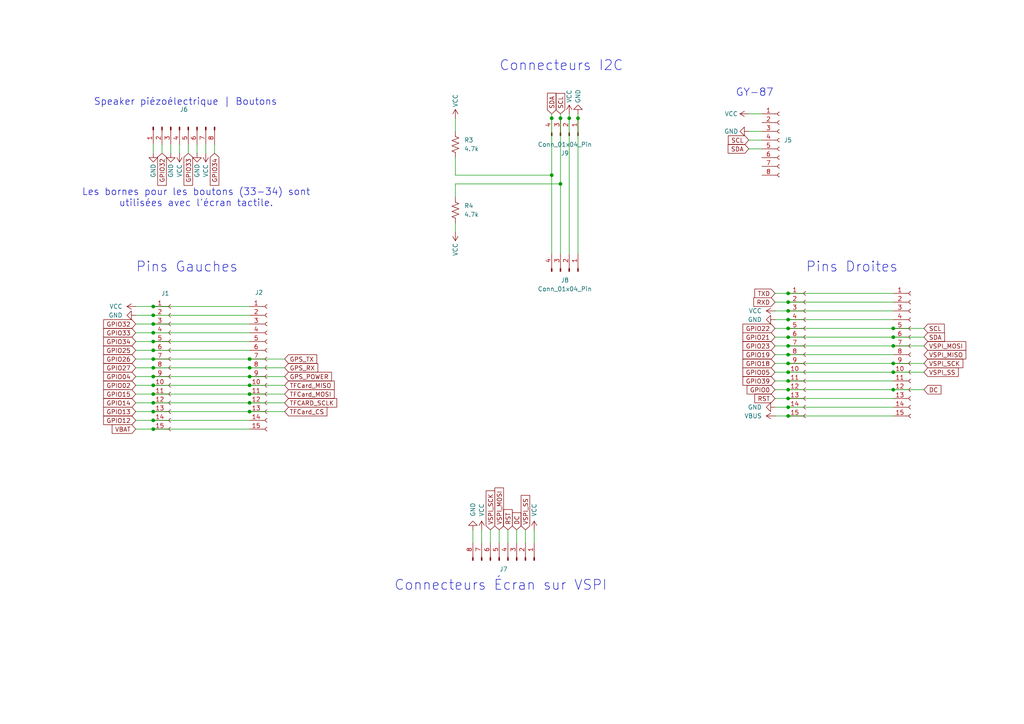
<source format=kicad_sch>
(kicad_sch (version 20231120) (generator "eeschema") (generator_version "8.0")
  (paper "A4")
  (title_block (title "TrackSense") (date "2024-05-07") (rev "1") (company "DFC - Cegep Ste-Foy"))
  (lib_symbols
    (symbol "Connector:Conn_01x04_Pin" (pin_names (offset 1.016) hide)
      (property "Reference" "J" (at 0 5.08 0))
      (property "Value" "Conn_01x04_Pin" (at 0 -7.62 0))
      (symbol "Conn_01x04_Pin_1_1"
        (polyline (pts (xy 1.27 -5.08) (xy 0.8636 -5.08)) (stroke (width 0.1524)))
        (polyline (pts (xy 1.27 -2.54) (xy 0.8636 -2.54)) (stroke (width 0.1524)))
        (polyline (pts (xy 1.27 0) (xy 0.8636 0)) (stroke (width 0.1524)))
        (polyline (pts (xy 1.27 2.54) (xy 0.8636 2.54)) (stroke (width 0.1524)))
        (rectangle (start 0.8636 -4.953) (end 0 -5.207) (stroke (width 0.1524)) (fill (type outline)))
        (rectangle (start 0.8636 -2.413) (end 0 -2.667) (stroke (width 0.1524)) (fill (type outline)))
        (rectangle (start 0.8636 0.127) (end 0 -0.127) (stroke (width 0.1524)) (fill (type outline)))
        (rectangle (start 0.8636 2.667) (end 0 2.413) (stroke (width 0.1524)) (fill (type outline)))
        (pin passive line (at 5.08 2.54 180) (length 3.81) (name "Pin_1") (number "1"))
        (pin passive line (at 5.08 0 180) (length 3.81) (name "Pin_2") (number "2"))
        (pin passive line (at 5.08 -2.54 180) (length 3.81) (name "Pin_3") (number "3"))
        (pin passive line (at 5.08 -5.08 180) (length 3.81) (name "Pin_4") (number "4"))
      )
    )
    (symbol "Connector:Conn_01x08_Pin" (pin_names (offset 1.016) hide)
      (property "Reference" "J" (at 0 10.16 0))
      (property "Value" "Conn_01x08_Pin" (at 0 -12.7 0))
      (symbol "Conn_01x08_Pin_1_1"
        (polyline (pts (xy 1.27 -10.16) (xy 0.8636 -10.16)) (stroke (width 0.1524)))
        (polyline (pts (xy 1.27 -7.62) (xy 0.8636 -7.62)) (stroke (width 0.1524)))
        (polyline (pts (xy 1.27 -5.08) (xy 0.8636 -5.08)) (stroke (width 0.1524)))
        (polyline (pts (xy 1.27 -2.54) (xy 0.8636 -2.54)) (stroke (width 0.1524)))
        (polyline (pts (xy 1.27 0) (xy 0.8636 0)) (stroke (width 0.1524)))
        (polyline (pts (xy 1.27 2.54) (xy 0.8636 2.54)) (stroke (width 0.1524)))
        (polyline (pts (xy 1.27 5.08) (xy 0.8636 5.08)) (stroke (width 0.1524)))
        (polyline (pts (xy 1.27 7.62) (xy 0.8636 7.62)) (stroke (width 0.1524)))
        (rectangle (start 0.8636 -10.033) (end 0 -10.287) (stroke (width 0.1524)) (fill (type outline)))
        (rectangle (start 0.8636 -7.493) (end 0 -7.747) (stroke (width 0.1524)) (fill (type outline)))
        (rectangle (start 0.8636 -4.953) (end 0 -5.207) (stroke (width 0.1524)) (fill (type outline)))
        (rectangle (start 0.8636 -2.413) (end 0 -2.667) (stroke (width 0.1524)) (fill (type outline)))
        (rectangle (start 0.8636 0.127) (end 0 -0.127) (stroke (width 0.1524)) (fill (type outline)))
        (rectangle (start 0.8636 2.667) (end 0 2.413) (stroke (width 0.1524)) (fill (type outline)))
        (rectangle (start 0.8636 5.207) (end 0 4.953) (stroke (width 0.1524)) (fill (type outline)))
        (rectangle (start 0.8636 7.747) (end 0 7.493) (stroke (width 0.1524)) (fill (type outline)))
        (pin passive line (at 5.08 7.62 180) (length 3.81) (name "Pin_1") (number "1"))
        (pin passive line (at 5.08 5.08 180) (length 3.81) (name "Pin_2") (number "2"))
        (pin passive line (at 5.08 2.54 180) (length 3.81) (name "Pin_3") (number "3"))
        (pin passive line (at 5.08 0 180) (length 3.81) (name "Pin_4") (number "4"))
        (pin passive line (at 5.08 -2.54 180) (length 3.81) (name "Pin_5") (number "5"))
        (pin passive line (at 5.08 -5.08 180) (length 3.81) (name "Pin_6") (number "6"))
        (pin passive line (at 5.08 -7.62 180) (length 3.81) (name "Pin_7") (number "7"))
        (pin passive line (at 5.08 -10.16 180) (length 3.81) (name "Pin_8") (number "8"))
      )
    )
    (symbol "Connector:Conn_01x08_Socket" (pin_names (offset 1.016) hide)
      (property "Reference" "J" (at 0 10.16 0))
      (property "Value" "Conn_01x08_Socket" (at 0 -12.7 0))
      (symbol "Conn_01x08_Socket_1_1"
        (arc (start 0 -9.652) (mid -0.5058 -10.16) (end 0 -10.668) (stroke (width 0.1524)))
        (arc (start 0 -7.112) (mid -0.5058 -7.62) (end 0 -8.128) (stroke (width 0.1524)))
        (arc (start 0 -4.572) (mid -0.5058 -5.08) (end 0 -5.588) (stroke (width 0.1524)))
        (arc (start 0 -2.032) (mid -0.5058 -2.54) (end 0 -3.048) (stroke (width 0.1524)))
        (polyline (pts (xy -1.27 -10.16) (xy -0.508 -10.16)) (stroke (width 0.1524)))
        (polyline (pts (xy -1.27 -7.62) (xy -0.508 -7.62)) (stroke (width 0.1524)))
        (polyline (pts (xy -1.27 -5.08) (xy -0.508 -5.08)) (stroke (width 0.1524)))
        (polyline (pts (xy -1.27 -2.54) (xy -0.508 -2.54)) (stroke (width 0.1524)))
        (polyline (pts (xy -1.27 0) (xy -0.508 0)) (stroke (width 0.1524)))
        (polyline (pts (xy -1.27 2.54) (xy -0.508 2.54)) (stroke (width 0.1524)))
        (polyline (pts (xy -1.27 5.08) (xy -0.508 5.08)) (stroke (width 0.1524)))
        (polyline (pts (xy -1.27 7.62) (xy -0.508 7.62)) (stroke (width 0.1524)))
        (arc (start 0 0.508) (mid -0.5058 0) (end 0 -0.508) (stroke (width 0.1524)))
        (arc (start 0 3.048) (mid -0.5058 2.54) (end 0 2.032) (stroke (width 0.1524)))
        (arc (start 0 5.588) (mid -0.5058 5.08) (end 0 4.572) (stroke (width 0.1524)))
        (arc (start 0 8.128) (mid -0.5058 7.62) (end 0 7.112) (stroke (width 0.1524)))
        (pin passive line (at -5.08 7.62 0) (length 3.81) (name "Pin_1") (number "1"))
        (pin passive line (at -5.08 5.08 0) (length 3.81) (name "Pin_2") (number "2"))
        (pin passive line (at -5.08 2.54 0) (length 3.81) (name "Pin_3") (number "3"))
        (pin passive line (at -5.08 0 0) (length 3.81) (name "Pin_4") (number "4"))
        (pin passive line (at -5.08 -2.54 0) (length 3.81) (name "Pin_5") (number "5"))
        (pin passive line (at -5.08 -5.08 0) (length 3.81) (name "Pin_6") (number "6"))
        (pin passive line (at -5.08 -7.62 0) (length 3.81) (name "Pin_7") (number "7"))
        (pin passive line (at -5.08 -10.16 0) (length 3.81) (name "Pin_8") (number "8"))
      )
    )
    (symbol "Connector:Conn_01x15_Socket" (pin_names (offset 1.016) hide)
      (property "Reference" "J" (at 0 20.32 0))
      (property "Value" "Conn_01x15_Socket" (at 0 -20.32 0))
      (symbol "Conn_01x15_Socket_1_1"
        (arc (start 0 -17.272) (mid -0.5058 -17.78) (end 0 -18.288) (stroke (width 0.1524)))
        (arc (start 0 -14.732) (mid -0.5058 -15.24) (end 0 -15.748) (stroke (width 0.1524)))
        (arc (start 0 -12.192) (mid -0.5058 -12.7) (end 0 -13.208) (stroke (width 0.1524)))
        (arc (start 0 -9.652) (mid -0.5058 -10.16) (end 0 -10.668) (stroke (width 0.1524)))
        (arc (start 0 -7.112) (mid -0.5058 -7.62) (end 0 -8.128) (stroke (width 0.1524)))
        (arc (start 0 -4.572) (mid -0.5058 -5.08) (end 0 -5.588) (stroke (width 0.1524)))
        (arc (start 0 -2.032) (mid -0.5058 -2.54) (end 0 -3.048) (stroke (width 0.1524)))
        (polyline (pts (xy -1.27 -17.78) (xy -0.508 -17.78)) (stroke (width 0.1524)))
        (polyline (pts (xy -1.27 -15.24) (xy -0.508 -15.24)) (stroke (width 0.1524)))
        (polyline (pts (xy -1.27 -12.7) (xy -0.508 -12.7)) (stroke (width 0.1524)))
        (polyline (pts (xy -1.27 -10.16) (xy -0.508 -10.16)) (stroke (width 0.1524)))
        (polyline (pts (xy -1.27 -7.62) (xy -0.508 -7.62)) (stroke (width 0.1524)))
        (polyline (pts (xy -1.27 -5.08) (xy -0.508 -5.08)) (stroke (width 0.1524)))
        (polyline (pts (xy -1.27 -2.54) (xy -0.508 -2.54)) (stroke (width 0.1524)))
        (polyline (pts (xy -1.27 0) (xy -0.508 0)) (stroke (width 0.1524)))
        (polyline (pts (xy -1.27 2.54) (xy -0.508 2.54)) (stroke (width 0.1524)))
        (polyline (pts (xy -1.27 5.08) (xy -0.508 5.08)) (stroke (width 0.1524)))
        (polyline (pts (xy -1.27 7.62) (xy -0.508 7.62)) (stroke (width 0.1524)))
        (polyline (pts (xy -1.27 10.16) (xy -0.508 10.16)) (stroke (width 0.1524)))
        (polyline (pts (xy -1.27 12.7) (xy -0.508 12.7)) (stroke (width 0.1524)))
        (polyline (pts (xy -1.27 15.24) (xy -0.508 15.24)) (stroke (width 0.1524)))
        (polyline (pts (xy -1.27 17.78) (xy -0.508 17.78)) (stroke (width 0.1524)))
        (arc (start 0 0.508) (mid -0.5058 0) (end 0 -0.508) (stroke (width 0.1524)))
        (arc (start 0 3.048) (mid -0.5058 2.54) (end 0 2.032) (stroke (width 0.1524)))
        (arc (start 0 5.588) (mid -0.5058 5.08) (end 0 4.572) (stroke (width 0.1524)))
        (arc (start 0 8.128) (mid -0.5058 7.62) (end 0 7.112) (stroke (width 0.1524)))
        (arc (start 0 10.668) (mid -0.5058 10.16) (end 0 9.652) (stroke (width 0.1524)))
        (arc (start 0 13.208) (mid -0.5058 12.7) (end 0 12.192) (stroke (width 0.1524)))
        (arc (start 0 15.748) (mid -0.5058 15.24) (end 0 14.732) (stroke (width 0.1524)))
        (arc (start 0 18.288) (mid -0.5058 17.78) (end 0 17.272) (stroke (width 0.1524)))
        (pin passive line (at -5.08 17.78 0) (length 3.81) (name "Pin_1") (number "1"))
        (pin passive line (at -5.08 -5.08 0) (length 3.81) (name "Pin_10") (number "10"))
        (pin passive line (at -5.08 -7.62 0) (length 3.81) (name "Pin_11") (number "11"))
        (pin passive line (at -5.08 -10.16 0) (length 3.81) (name "Pin_12") (number "12"))
        (pin passive line (at -5.08 -12.7 0) (length 3.81) (name "Pin_13") (number "13"))
        (pin passive line (at -5.08 -15.24 0) (length 3.81) (name "Pin_14") (number "14"))
        (pin passive line (at -5.08 -17.78 0) (length 3.81) (name "Pin_15") (number "15"))
        (pin passive line (at -5.08 15.24 0) (length 3.81) (name "Pin_2") (number "2"))
        (pin passive line (at -5.08 12.7 0) (length 3.81) (name "Pin_3") (number "3"))
        (pin passive line (at -5.08 10.16 0) (length 3.81) (name "Pin_4") (number "4"))
        (pin passive line (at -5.08 7.62 0) (length 3.81) (name "Pin_5") (number "5"))
        (pin passive line (at -5.08 5.08 0) (length 3.81) (name "Pin_6") (number "6"))
        (pin passive line (at -5.08 2.54 0) (length 3.81) (name "Pin_7") (number "7"))
        (pin passive line (at -5.08 0 0) (length 3.81) (name "Pin_8") (number "8"))
        (pin passive line (at -5.08 -2.54 0) (length 3.81) (name "Pin_9") (number "9"))
      )
    )
    (symbol "Device:R_US" (pin_numbers hide) (pin_names (offset 0))
      (property "Reference" "R" (at 2.54 0 90))
      (property "Value" "R_US" (at -2.54 0 90))
      (symbol "R_US_0_1"
        (polyline (pts (xy 0 -2.286) (xy 0 -2.54)))
        (polyline (pts (xy 0 2.286) (xy 0 2.54)))
        (polyline (pts (xy 0 -0.762) (xy 1.016 -1.143) (xy 0 -1.524) (xy -1.016 -1.905) (xy 0 -2.286)))
        (polyline (pts (xy 0 0.762) (xy 1.016 0.381) (xy 0 0) (xy -1.016 -0.381) (xy 0 -0.762)))
        (polyline (pts (xy 0 2.286) (xy 1.016 1.905) (xy 0 1.524) (xy -1.016 1.143) (xy 0 0.762)))
      )
      (symbol "R_US_1_1"
        (pin passive line (at 0 3.81 270) (length 1.27) (name "~") (number "1"))
        (pin passive line (at 0 -3.81 90) (length 1.27) (name "~") (number "2"))
      )
    )
    (symbol "power:GND" (power) (pin_numbers hide) (pin_names (offset 0) hide)
      (property "Value" "GND" (at 0 -3.81 0))
      (symbol "GND_0_1"
        (polyline (pts (xy 0 0) (xy 0 -1.27) (xy 1.27 -1.27) (xy 0 -2.54) (xy -1.27 -1.27) (xy 0 -1.27)))
      )
      (symbol "GND_1_1"
        (pin power_in line (at 0 0 270) (length 0) (name "~") (number "1"))
      )
    )
    (symbol "power:VBUS" (power) (pin_numbers hide) (pin_names (offset 0) hide)
      (property "Value" "VBUS" (at 0 3.556 0))
      (symbol "VBUS_0_1"
        (polyline (pts (xy -0.762 1.27) (xy 0 2.54)))
        (polyline (pts (xy 0 0) (xy 0 2.54)))
        (polyline (pts (xy 0 2.54) (xy 0.762 1.27)))
      )
      (symbol "VBUS_1_1"
        (pin power_in line (at 0 0 90) (length 0) (name "~") (number "1"))
      )
    )
    (symbol "power:VCC" (power) (pin_numbers hide) (pin_names (offset 0) hide)
      (property "Value" "VCC" (at 0 3.556 0))
      (symbol "VCC_0_1"
        (polyline (pts (xy -0.762 1.27) (xy 0 2.54)))
        (polyline (pts (xy 0 0) (xy 0 2.54)))
        (polyline (pts (xy 0 2.54) (xy 0.762 1.27)))
      )
      (symbol "VCC_1_1"
        (pin power_in line (at 0 0 90) (length 0) (name "~") (number "1"))
      )
    )
  )
  (junction (at 228.6 87.63))
  (junction (at 228.6 118.11))
  (junction (at 162.56 53.34))
  (junction (at 44.45 106.68))
  (junction (at 259.08 97.79))
  (junction (at 72.39 119.38))
  (junction (at 44.45 99.06))
  (junction (at 160.02 50.8))
  (junction (at 259.08 113.03))
  (junction (at 228.6 90.17))
  (junction (at 44.45 124.46))
  (junction (at 228.6 115.57))
  (junction (at 44.45 104.14))
  (junction (at 44.45 91.44))
  (junction (at 44.45 96.52))
  (junction (at 72.39 111.76))
  (junction (at 259.08 95.25))
  (junction (at 259.08 105.41))
  (junction (at 165.1 34.29))
  (junction (at 228.6 107.95))
  (junction (at 228.6 105.41))
  (junction (at 162.56 34.29))
  (junction (at 160.02 34.29))
  (junction (at 228.6 113.03))
  (junction (at 228.6 97.79))
  (junction (at 72.39 114.3))
  (junction (at 44.45 109.22))
  (junction (at 44.45 101.6))
  (junction (at 228.6 110.49))
  (junction (at 44.45 111.76))
  (junction (at 44.45 116.84))
  (junction (at 228.6 95.25))
  (junction (at 228.6 92.71))
  (junction (at 44.45 121.92))
  (junction (at 72.39 109.22))
  (junction (at 228.6 85.09))
  (junction (at 259.08 100.33))
  (junction (at 44.45 114.3))
  (junction (at 259.08 107.95))
  (junction (at 167.64 34.29))
  (junction (at 72.39 104.14))
  (junction (at 72.39 116.84))
  (junction (at 44.45 93.98))
  (junction (at 228.6 100.33))
  (junction (at 44.45 88.9))
  (junction (at 44.45 119.38))
  (junction (at 228.6 102.87))
  (junction (at 228.6 120.65))
  (junction (at 72.39 106.68))
  (wire (pts (xy 259.08 95.25) (xy 267.97 95.25)))
  (wire (pts (xy 142.24 153.67) (xy 142.24 157.48)))
  (wire (pts (xy 44.45 99.06) (xy 72.39 99.06)))
  (wire (pts (xy 259.08 100.33) (xy 267.97 100.33)))
  (wire (pts (xy 44.45 124.46) (xy 72.39 124.46)))
  (wire (pts (xy 132.08 45.72) (xy 132.08 50.8)))
  (wire (pts (xy 39.37 119.38) (xy 44.45 119.38)))
  (wire (pts (xy 259.08 107.95) (xy 267.97 107.95)))
  (wire (pts (xy 44.45 91.44) (xy 72.39 91.44)))
  (wire (pts (xy 132.08 50.8) (xy 160.02 50.8)))
  (wire (pts (xy 39.37 96.52) (xy 44.45 96.52)))
  (wire (pts (xy 162.56 34.29) (xy 162.56 33.02)))
  (wire (pts (xy 54.61 41.91) (xy 54.61 44.45)))
  (wire (pts (xy 224.79 92.71) (xy 228.6 92.71)))
  (wire (pts (xy 147.32 153.67) (xy 147.32 157.48)))
  (wire (pts (xy 162.56 34.29) (xy 162.56 53.34)))
  (wire (pts (xy 72.39 111.76) (xy 82.55 111.76)))
  (wire (pts (xy 160.02 34.29) (xy 160.02 50.8)))
  (wire (pts (xy 228.6 85.09) (xy 259.08 85.09)))
  (wire (pts (xy 72.39 106.68) (xy 82.55 106.68)))
  (wire (pts (xy 228.6 113.03) (xy 259.08 113.03)))
  (wire (pts (xy 46.99 41.91) (xy 46.99 44.45)))
  (wire (pts (xy 39.37 101.6) (xy 44.45 101.6)))
  (wire (pts (xy 228.6 105.41) (xy 259.08 105.41)))
  (wire (pts (xy 72.39 116.84) (xy 82.55 116.84)))
  (wire (pts (xy 39.37 88.9) (xy 44.45 88.9)))
  (wire (pts (xy 132.08 53.34) (xy 162.56 53.34)))
  (wire (pts (xy 44.45 121.92) (xy 72.39 121.92)))
  (wire (pts (xy 160.02 50.8) (xy 160.02 73.66)))
  (wire (pts (xy 228.6 87.63) (xy 259.08 87.63)))
  (wire (pts (xy 165.1 34.29) (xy 165.1 33.02)))
  (wire (pts (xy 224.79 100.33) (xy 228.6 100.33)))
  (wire (pts (xy 217.17 40.64) (xy 220.98 40.64)))
  (wire (pts (xy 44.45 104.14) (xy 72.39 104.14)))
  (wire (pts (xy 224.79 85.09) (xy 228.6 85.09)))
  (wire (pts (xy 44.45 93.98) (xy 72.39 93.98)))
  (wire (pts (xy 72.39 104.14) (xy 82.55 104.14)))
  (wire (pts (xy 39.37 121.92) (xy 44.45 121.92)))
  (wire (pts (xy 228.6 92.71) (xy 259.08 92.71)))
  (wire (pts (xy 72.39 109.22) (xy 82.55 109.22)))
  (wire (pts (xy 224.79 87.63) (xy 228.6 87.63)))
  (wire (pts (xy 44.45 109.22) (xy 72.39 109.22)))
  (wire (pts (xy 44.45 101.6) (xy 72.39 101.6)))
  (wire (pts (xy 259.08 113.03) (xy 267.97 113.03)))
  (wire (pts (xy 44.45 41.91) (xy 44.45 44.45)))
  (wire (pts (xy 224.79 113.03) (xy 228.6 113.03)))
  (wire (pts (xy 228.6 100.33) (xy 259.08 100.33)))
  (wire (pts (xy 167.64 34.29) (xy 167.64 73.66)))
  (wire (pts (xy 39.37 124.46) (xy 44.45 124.46)))
  (wire (pts (xy 224.79 105.41) (xy 228.6 105.41)))
  (wire (pts (xy 52.07 41.91) (xy 52.07 44.45)))
  (wire (pts (xy 132.08 64.77) (xy 132.08 67.31)))
  (wire (pts (xy 39.37 93.98) (xy 44.45 93.98)))
  (wire (pts (xy 44.45 88.9) (xy 72.39 88.9)))
  (wire (pts (xy 228.6 115.57) (xy 259.08 115.57)))
  (wire (pts (xy 44.45 96.52) (xy 72.39 96.52)))
  (wire (pts (xy 44.45 106.68) (xy 72.39 106.68)))
  (wire (pts (xy 228.6 120.65) (xy 259.08 120.65)))
  (wire (pts (xy 224.79 97.79) (xy 228.6 97.79)))
  (wire (pts (xy 224.79 95.25) (xy 228.6 95.25)))
  (wire (pts (xy 137.16 153.67) (xy 137.16 157.48)))
  (wire (pts (xy 44.45 111.76) (xy 72.39 111.76)))
  (wire (pts (xy 149.86 153.67) (xy 149.86 157.48)))
  (wire (pts (xy 259.08 105.41) (xy 267.97 105.41)))
  (wire (pts (xy 217.17 33.02) (xy 220.98 33.02)))
  (wire (pts (xy 224.79 110.49) (xy 228.6 110.49)))
  (wire (pts (xy 62.23 41.91) (xy 62.23 44.45)))
  (wire (pts (xy 139.7 153.67) (xy 139.7 157.48)))
  (wire (pts (xy 224.79 90.17) (xy 228.6 90.17)))
  (wire (pts (xy 224.79 118.11) (xy 228.6 118.11)))
  (wire (pts (xy 39.37 91.44) (xy 44.45 91.44)))
  (wire (pts (xy 224.79 107.95) (xy 228.6 107.95)))
  (wire (pts (xy 57.15 41.91) (xy 57.15 44.45)))
  (wire (pts (xy 224.79 115.57) (xy 228.6 115.57)))
  (wire (pts (xy 39.37 104.14) (xy 44.45 104.14)))
  (wire (pts (xy 72.39 114.3) (xy 82.55 114.3)))
  (wire (pts (xy 144.78 153.67) (xy 144.78 157.48)))
  (wire (pts (xy 39.37 111.76) (xy 44.45 111.76)))
  (wire (pts (xy 224.79 120.65) (xy 228.6 120.65)))
  (wire (pts (xy 217.17 43.18) (xy 220.98 43.18)))
  (wire (pts (xy 228.6 97.79) (xy 259.08 97.79)))
  (wire (pts (xy 228.6 95.25) (xy 259.08 95.25)))
  (wire (pts (xy 72.39 119.38) (xy 82.55 119.38)))
  (wire (pts (xy 132.08 53.34) (xy 132.08 57.15)))
  (wire (pts (xy 162.56 53.34) (xy 162.56 73.66)))
  (wire (pts (xy 44.45 116.84) (xy 72.39 116.84)))
  (wire (pts (xy 165.1 34.29) (xy 165.1 73.66)))
  (wire (pts (xy 39.37 109.22) (xy 44.45 109.22)))
  (wire (pts (xy 132.08 34.29) (xy 132.08 38.1)))
  (wire (pts (xy 228.6 90.17) (xy 259.08 90.17)))
  (wire (pts (xy 39.37 99.06) (xy 44.45 99.06)))
  (wire (pts (xy 228.6 118.11) (xy 259.08 118.11)))
  (wire (pts (xy 224.79 102.87) (xy 228.6 102.87)))
  (wire (pts (xy 44.45 114.3) (xy 72.39 114.3)))
  (wire (pts (xy 59.69 41.91) (xy 59.69 44.45)))
  (wire (pts (xy 44.45 119.38) (xy 72.39 119.38)))
  (wire (pts (xy 39.37 106.68) (xy 44.45 106.68)))
  (wire (pts (xy 167.64 34.29) (xy 167.64 33.02)))
  (wire (pts (xy 39.37 114.3) (xy 44.45 114.3)))
  (wire (pts (xy 49.53 41.91) (xy 49.53 44.45)))
  (wire (pts (xy 217.17 38.1) (xy 220.98 38.1)))
  (wire (pts (xy 259.08 97.79) (xy 267.97 97.79)))
  (wire (pts (xy 160.02 33.02) (xy 160.02 34.29)))
  (wire (pts (xy 154.94 153.67) (xy 154.94 157.48)))
  (wire (pts (xy 152.4 153.67) (xy 152.4 157.48)))
  (wire (pts (xy 228.6 102.87) (xy 259.08 102.87)))
  (wire (pts (xy 228.6 107.95) (xy 259.08 107.95)))
  (wire (pts (xy 39.37 116.84) (xy 44.45 116.84)))
  (wire (pts (xy 228.6 110.49) (xy 259.08 110.49)))
  (text "Pins Droites" (at 233.68 75.8444 0) (effects (font (size 2.8956 2.8956)) (justify left top)))
  (text "Connecteurs I2C" (at 144.78 17.4244 0) (effects (font (size 2.8956 2.8956)) (justify left top)))
  (text "Les bornes pour les boutons (33-34) sont\nutilisées avec l'écran tactile." (at 56.896 57.404 0) (effects (font (size 2 2))))
  (text "GY-87" (at 213.36 25.654 0) (effects (font (size 2.1717 2.1717)) (justify left top)))
  (text "Pins Gauches" (at 39.37 75.8444 0) (effects (font (size 2.8956 2.8956)) (justify left top)))
  (text "Connecteurs Écran sur VSPI" (at 114.3 168.148 0) (effects (font (size 2.8956 2.8956)) (justify left top)))
  (text "Speaker piézoélectrique | Boutons" (at 27.178 28.448 0) (effects (font (size 2 2)) (justify left top)))
  (global_label "SCL" (shape input) (at 267.97 95.25 0) (property "Intersheetrefs" "${INTERSHEET_REFS}" (effects (hide yes))))
  (global_label "RST" (shape input) (at 224.79 115.57 180) (property "Intersheetrefs" "${INTERSHEET_REFS}" (effects (hide yes))))
  (global_label "VSPI_MOSI" (shape input) (at 267.97 100.33 0) (property "Intersheetrefs" "${INTERSHEET_REFS}" (effects (hide yes))))
  (global_label "GPIO14" (shape input) (at 39.37 116.84 180) (property "Intersheetrefs" "${INTERSHEET_REFS}" (effects (hide yes))))
  (global_label "RST" (shape input) (at 147.32 153.67 90) (property "Intersheetrefs" "${INTERSHEET_REFS}" (effects (hide yes))))
  (global_label "GPIO33" (shape input) (at 54.61 44.45 270) (property "Intersheetrefs" "${INTERSHEET_REFS}" (effects (hide yes))))
  (global_label "DC" (shape input) (at 149.86 153.67 90) (property "Intersheetrefs" "${INTERSHEET_REFS}" (effects (hide yes))))
  (global_label "GPIO02" (shape input) (at 39.37 111.76 180) (property "Intersheetrefs" "${INTERSHEET_REFS}" (effects (hide yes))))
  (global_label "GPIO12" (shape input) (at 39.37 121.92 180) (property "Intersheetrefs" "${INTERSHEET_REFS}" (effects (hide yes))))
  (global_label "GPIO32" (shape input) (at 39.37 93.98 180) (property "Intersheetrefs" "${INTERSHEET_REFS}" (effects (hide yes))))
  (global_label "SDA" (shape input) (at 160.02 33.02 90) (property "Intersheetrefs" "${INTERSHEET_REFS}" (effects (hide yes))))
  (global_label "GPIO39" (shape input) (at 224.79 110.49 180) (property "Intersheetrefs" "${INTERSHEET_REFS}" (effects (hide yes))))
  (global_label "SDA" (shape input) (at 267.97 97.79 0) (property "Intersheetrefs" "${INTERSHEET_REFS}" (effects (hide yes))))
  (global_label "GPIO0" (shape input) (at 224.79 113.03 180) (property "Intersheetrefs" "${INTERSHEET_REFS}" (effects (hide yes))))
  (global_label "TFCard_MOSI" (shape input) (at 82.55 114.3 0) (property "Intersheetrefs" "${INTERSHEET_REFS}" (effects (hide yes))))
  (global_label "GPIO27" (shape input) (at 39.37 106.68 180) (property "Intersheetrefs" "${INTERSHEET_REFS}" (effects (hide yes))))
  (global_label "GPIO21" (shape input) (at 224.79 97.79 180) (property "Intersheetrefs" "${INTERSHEET_REFS}" (effects (hide yes))))
  (global_label "TFCARD_SCLK" (shape input) (at 82.55 116.84 0) (property "Intersheetrefs" "${INTERSHEET_REFS}" (effects (hide yes))))
  (global_label "GPIO32" (shape input) (at 46.99 44.45 270) (property "Intersheetrefs" "${INTERSHEET_REFS}" (effects (hide yes))))
  (global_label "GPIO22" (shape input) (at 224.79 95.25 180) (property "Intersheetrefs" "${INTERSHEET_REFS}" (effects (hide yes))))
  (global_label "GPS_POWER" (shape input) (at 82.55 109.22 0) (property "Intersheetrefs" "${INTERSHEET_REFS}" (effects (hide yes))))
  (global_label "GPIO34" (shape input) (at 62.23 44.45 270) (property "Intersheetrefs" "${INTERSHEET_REFS}" (effects (hide yes))))
  (global_label "VSPI_SCK" (shape input) (at 142.24 153.67 90) (property "Intersheetrefs" "${INTERSHEET_REFS}" (effects (hide yes))))
  (global_label "SDA" (shape input) (at 217.17 43.18 180) (property "Intersheetrefs" "${INTERSHEET_REFS}" (effects (hide yes))))
  (global_label "SCL" (shape input) (at 162.56 33.02 90) (property "Intersheetrefs" "${INTERSHEET_REFS}" (effects (hide yes))))
  (global_label "DC" (shape input) (at 267.97 113.03 0) (property "Intersheetrefs" "${INTERSHEET_REFS}" (effects (hide yes))))
  (global_label "RXD" (shape input) (at 224.79 87.63 180) (property "Intersheetrefs" "${INTERSHEET_REFS}" (effects (hide yes))))
  (global_label "SCL" (shape input) (at 217.17 40.64 180) (property "Intersheetrefs" "${INTERSHEET_REFS}" (effects (hide yes))))
  (global_label "GPS_TX" (shape input) (at 82.55 104.14 0) (property "Intersheetrefs" "${INTERSHEET_REFS}" (effects (hide yes))))
  (global_label "GPIO26" (shape input) (at 39.37 104.14 180) (property "Intersheetrefs" "${INTERSHEET_REFS}" (effects (hide yes))))
  (global_label "TFCard_MISO" (shape input) (at 82.55 111.76 0) (property "Intersheetrefs" "${INTERSHEET_REFS}" (effects (hide yes))))
  (global_label "VSPI_MOSI" (shape input) (at 144.78 153.67 90) (property "Intersheetrefs" "${INTERSHEET_REFS}" (effects (hide yes))))
  (global_label "GPIO23" (shape input) (at 224.79 100.33 180) (property "Intersheetrefs" "${INTERSHEET_REFS}" (effects (hide yes))))
  (global_label "VSPI_SCK" (shape input) (at 267.97 105.41 0) (property "Intersheetrefs" "${INTERSHEET_REFS}" (effects (hide yes))))
  (global_label "GPS_RX" (shape input) (at 82.55 106.68 0) (property "Intersheetrefs" "${INTERSHEET_REFS}" (effects (hide yes))))
  (global_label "GPIO19" (shape input) (at 224.79 102.87 180) (property "Intersheetrefs" "${INTERSHEET_REFS}" (effects (hide yes))))
  (global_label "GPIO33" (shape input) (at 39.37 96.52 180) (property "Intersheetrefs" "${INTERSHEET_REFS}" (effects (hide yes))))
  (global_label "VBAT" (shape input) (at 39.37 124.46 180) (property "Intersheetrefs" "${INTERSHEET_REFS}" (effects (hide yes))))
  (global_label "GPIO13" (shape input) (at 39.37 119.38 180) (property "Intersheetrefs" "${INTERSHEET_REFS}" (effects (hide yes))))
  (global_label "VSPI_SS" (shape input) (at 152.4 153.67 90) (property "Intersheetrefs" "${INTERSHEET_REFS}" (effects (hide yes))))
  (global_label "GPIO15" (shape input) (at 39.37 114.3 180) (property "Intersheetrefs" "${INTERSHEET_REFS}" (effects (hide yes))))
  (global_label "TFCard_CS" (shape input) (at 82.55 119.38 0) (property "Intersheetrefs" "${INTERSHEET_REFS}" (effects (hide yes))))
  (global_label "GPIO05" (shape input) (at 224.79 107.95 180) (property "Intersheetrefs" "${INTERSHEET_REFS}" (effects (hide yes))))
  (global_label "GPIO04" (shape input) (at 39.37 109.22 180) (property "Intersheetrefs" "${INTERSHEET_REFS}" (effects (hide yes))))
  (global_label "GPIO34" (shape input) (at 39.37 99.06 180) (property "Intersheetrefs" "${INTERSHEET_REFS}" (effects (hide yes))))
  (global_label "TXD" (shape input) (at 224.79 85.09 180) (property "Intersheetrefs" "${INTERSHEET_REFS}" (effects (hide yes))))
  (global_label "VSPI_SS" (shape input) (at 267.97 107.95 0) (property "Intersheetrefs" "${INTERSHEET_REFS}" (effects (hide yes))))
  (global_label "VSPI_MISO" (shape input) (at 267.97 102.87 0) (property "Intersheetrefs" "${INTERSHEET_REFS}" (effects (hide yes))))
  (global_label "GPIO18" (shape input) (at 224.79 105.41 180) (property "Intersheetrefs" "${INTERSHEET_REFS}" (effects (hide yes))))
  (global_label "GPIO25" (shape input) (at 39.37 101.6 180) (property "Intersheetrefs" "${INTERSHEET_REFS}" (effects (hide yes))))
  (symbol (lib_id "power:GND") (at 44.45 44.45 0) (mirror y) (unit 1)
    (property "Reference" "#PWR031" (effects (hide yes)))
    (property "Value" "GND" (at 44.45 49.53 90))
    (property "Description" "Power symbol creates a global label with name \"GND\" , ground" (effects (hide yes)))
  )
  (symbol (lib_id "Device:R_US") (at 132.08 41.91 0) (unit 1)
    (property "Reference" "R3" (at 134.62 40.6399 0) (effects (justify left)))
    (property "Value" "4.7k" (at 134.62 43.1799 0) (effects (justify left)))
    (property "Footprint" "Resistor_THT:R_Axial_DIN0207_L6.3mm_D2.5mm_P10.16mm_Horizontal" (effects (hide yes)))
    (property "Description" "Resistor, US symbol" (effects (hide yes)))
  )
  (symbol (lib_id "power:VCC") (at 217.17 33.02 90) (mirror x) (unit 1)
    (property "Reference" "#PWR036" (effects (hide yes)))
    (property "Value" "VCC" (at 212.09 33.02 90))
    (property "Description" "Power symbol creates a global label with name \"VCC\"" (effects (hide yes)))
  )
  (symbol (lib_id "Connector:Conn_01x15_Socket") (at 233.68 102.87 0) (unit 1)
    (property "Reference" "J3" (effects (hide yes)))
    (property "Value" "Conn_01x15_Socket" (effects (hide yes)))
    (property "Footprint" "Connector_PinSocket_2.54mm:PinSocket_1x15_P2.54mm_Vertical" (effects (hide yes)))
    (property "Description" "Generic connector, single row, 01x15, script generated" (effects (hide yes)))
  )
  (symbol (lib_id "Connector:Conn_01x15_Socket") (at 77.47 106.68 0) (unit 1)
    (property "Reference" "J2" (at 73.914 84.836 0) (effects (justify left)))
    (property "Value" "Conn_01x15_Socket" (effects (hide yes)))
    (property "Footprint" "Connector_PinSocket_2.54mm:PinSocket_1x15_P2.54mm_Vertical" (effects (hide yes)))
    (property "Description" "Generic connector, single row, 01x15, script generated" (effects (hide yes)))
  )
  (symbol (lib_id "power:GND") (at 224.79 118.11 270) (unit 1)
    (property "Reference" "#PWR043" (effects (hide yes)))
    (property "Value" "GND" (at 220.98 118.1099 90) (effects (justify right)))
    (property "Description" "Power symbol creates a global label with name \"GND\" , ground" (effects (hide yes)))
  )
  (symbol (lib_id "Connector:Conn_01x04_Pin") (at 165.1 78.74 270) (mirror x) (unit 1)
    (property "Reference" "J8" (at 163.83 81.28 90))
    (property "Value" "Conn_01x04_Pin" (at 163.83 83.82 90))
    (property "Footprint" "Connector_JST:JST_XH_S4B-XH-A-1_1x04_P2.50mm_Horizontal" (effects (hide yes)))
    (property "Description" "Generic connector, single row, 01x04, script generated" (effects (hide yes)))
  )
  (symbol (lib_id "power:GND") (at 57.15 44.45 0) (mirror y) (unit 1)
    (property "Reference" "#PWR033" (effects (hide yes)))
    (property "Value" "GND" (at 57.15 49.53 90))
    (property "Description" "Power symbol creates a global label with name \"GND\" , ground" (effects (hide yes)))
  )
  (symbol (lib_id "power:VCC") (at 52.07 44.45 0) (mirror x) (unit 1)
    (property "Reference" "#PWR034" (effects (hide yes)))
    (property "Value" "VCC" (at 52.07 49.53 90))
    (property "Description" "Power symbol creates a global label with name \"VCC\"" (effects (hide yes)))
  )
  (symbol (lib_id "Connector:Conn_01x15_Socket") (at 264.16 102.87 0) (unit 1)
    (property "Reference" "J4" (effects (hide yes)))
    (property "Value" "Conn_01x15_Socket" (effects (hide yes)))
    (property "Footprint" "Connector_PinSocket_2.54mm:PinSocket_1x15_P2.54mm_Vertical" (effects (hide yes)))
    (property "Description" "Generic connector, single row, 01x15, script generated" (effects (hide yes)))
  )
  (symbol (lib_id "Device:R_US") (at 132.08 60.96 180) (unit 1)
    (property "Reference" "R4" (at 134.62 59.6899 0) (effects (justify right)))
    (property "Value" "4.7k" (at 134.62 62.2299 0) (effects (justify right)))
    (property "Footprint" "Resistor_THT:R_Axial_DIN0207_L6.3mm_D2.5mm_P10.16mm_Horizontal" (effects (hide yes)))
    (property "Description" "Resistor, US symbol" (effects (hide yes)))
  )
  (symbol (lib_id "power:VCC") (at 39.37 88.9 90) (unit 1)
    (property "Reference" "#PWR027" (effects (hide yes)))
    (property "Value" "VCC" (at 35.56 88.8999 90) (effects (justify left)))
    (property "Description" "Power symbol creates a global label with name \"VCC\"" (effects (hide yes)))
  )
  (symbol (lib_id "power:GND") (at 49.53 44.45 0) (mirror y) (unit 1)
    (property "Reference" "#PWR032" (effects (hide yes)))
    (property "Value" "GND" (at 49.53 49.53 90))
    (property "Description" "Power symbol creates a global label with name \"GND\" , ground" (effects (hide yes)))
  )
  (symbol (lib_id "power:VBUS") (at 224.79 120.65 90) (unit 1)
    (property "Reference" "#PWR044" (effects (hide yes)))
    (property "Value" "VBUS" (at 220.98 120.6499 90) (effects (justify left)))
    (property "Description" "Power symbol creates a global label with name \"VBUS\"" (effects (hide yes)))
  )
  (symbol (lib_id "power:GND") (at 224.79 92.71 270) (unit 1)
    (property "Reference" "#PWR041" (effects (hide yes)))
    (property "Value" "GND" (at 220.98 92.7099 90) (effects (justify right)))
    (property "Description" "Power symbol creates a global label with name \"GND\" , ground" (effects (hide yes)))
  )
  (symbol (lib_id "Connector:Conn_01x08_Pin") (at 147.32 162.56 270) (mirror x) (unit 1)
    (property "Reference" "J7" (at 146.05 165.1 90))
    (property "Value" "Conn_01x08_Pin" (effects (hide yes)))
    (property "Footprint" "Connector_JST:JST_XH_S8B-XH-A-1_1x08_P2.50mm_Horizontal" (effects (hide yes)))
    (property "Description" "Generic connector, single row, 01x08, script generated" (effects (hide yes)))
  )
  (symbol (lib_id "Connector:Conn_01x15_Socket") (at 49.53 106.68 0) (unit 1)
    (property "Reference" "J1" (at 46.736 85.09 0) (effects (justify left)))
    (property "Value" "Conn_01x15_Socket" (effects (hide yes)))
    (property "Footprint" "Connector_PinSocket_2.54mm:PinSocket_1x15_P2.54mm_Vertical" (effects (hide yes)))
    (property "Description" "Generic connector, single row, 01x15, script generated" (effects (hide yes)))
  )
  (symbol (lib_id "power:VCC") (at 59.69 44.45 0) (mirror x) (unit 1)
    (property "Reference" "#PWR035" (effects (hide yes)))
    (property "Value" "VCC" (at 59.69 49.53 90))
    (property "Description" "Power symbol creates a global label with name \"VCC\"" (effects (hide yes)))
  )
  (symbol (lib_id "power:GND") (at 39.37 91.44 270) (unit 1)
    (property "Reference" "#PWR028" (effects (hide yes)))
    (property "Value" "GND" (at 35.56 91.4399 90) (effects (justify right)))
    (property "Description" "Power symbol creates a global label with name \"GND\" , ground" (effects (hide yes)))
  )
  (symbol (lib_id "power:VCC") (at 139.7 153.67 0) (unit 1)
    (property "Reference" "#PWR038" (effects (hide yes)))
    (property "Value" "VCC" (at 139.7001 149.86 90) (effects (justify left)))
    (property "Description" "Power symbol creates a global label with name \"VCC\"" (effects (hide yes)))
  )
  (symbol (lib_id "power:VCC") (at 132.08 34.29 0) (mirror y) (unit 1)
    (property "Reference" "#PWR045" (effects (hide yes)))
    (property "Value" "VCC" (at 132.08 29.21 90))
    (property "Description" "Power symbol creates a global label with name \"VCC\"" (effects (hide yes)))
  )
  (symbol (lib_id "power:GND") (at 167.64 33.02 0) (mirror x) (unit 1)
    (property "Reference" "#PWR030" (effects (hide yes)))
    (property "Value" "GND" (at 167.64 27.94 90))
    (property "Description" "Power symbol creates a global label with name \"GND\" , ground" (effects (hide yes)))
  )
  (symbol (lib_id "power:VCC") (at 132.08 67.31 0) (mirror x) (unit 1)
    (property "Reference" "#PWR046" (effects (hide yes)))
    (property "Value" "VCC" (at 132.08 72.39 90))
    (property "Description" "Power symbol creates a global label with name \"VCC\"" (effects (hide yes)))
  )
  (symbol (lib_id "power:VCC") (at 165.1 33.02 0) (mirror y) (unit 1)
    (property "Reference" "#PWR029" (effects (hide yes)))
    (property "Value" "VCC" (at 165.1 27.94 90))
    (property "Description" "Power symbol creates a global label with name \"VCC\"" (effects (hide yes)))
  )
  (symbol (lib_id "power:GND") (at 137.16 153.67 180) (unit 1)
    (property "Reference" "#PWR039" (effects (hide yes)))
    (property "Value" "GND" (at 137.1601 149.86 90) (effects (justify right)))
    (property "Description" "Power symbol creates a global label with name \"GND\" , ground" (effects (hide yes)))
  )
  (symbol (lib_id "power:GND") (at 217.17 38.1 270) (mirror x) (unit 1)
    (property "Reference" "#PWR037" (effects (hide yes)))
    (property "Value" "GND" (at 212.09 38.1 90))
    (property "Description" "Power symbol creates a global label with name \"GND\" , ground" (effects (hide yes)))
  )
  (symbol (lib_id "power:VCC") (at 224.79 90.17 90) (unit 1)
    (property "Reference" "#PWR042" (effects (hide yes)))
    (property "Value" "VCC" (at 220.98 90.1699 90) (effects (justify left)))
    (property "Description" "Power symbol creates a global label with name \"VCC\"" (effects (hide yes)))
  )
  (symbol (lib_id "Connector:Conn_01x08_Pin") (at 52.07 36.83 90) (mirror x) (unit 1)
    (property "Reference" "J6" (at 53.34 31.75 90))
    (property "Value" "Conn_01x08_Pin" (effects (hide yes)))
    (property "Footprint" "Connector_JST:JST_XH_S8B-XH-A-1_1x08_P2.50mm_Horizontal" (effects (hide yes)))
    (property "Description" "Generic connector, single row, 01x08, script generated" (effects (hide yes)))
  )
  (symbol (lib_id "Connector:Conn_01x08_Socket") (at 226.06 40.64 0) (unit 1)
    (property "Reference" "J5" (at 227.33 40.6399 0) (effects (justify left)))
    (property "Value" "Conn_01x08_Socket" (effects (hide yes)))
    (property "Footprint" "Connector_PinSocket_2.54mm:PinSocket_1x08_P2.54mm_Vertical" (effects (hide yes)))
    (property "Description" "Generic connector, single row, 01x08, script generated" (effects (hide yes)))
  )
  (symbol (lib_id "power:VCC") (at 154.94 153.67 0) (unit 1)
    (property "Reference" "#PWR040" (effects (hide yes)))
    (property "Value" "VCC" (at 154.9401 149.86 90) (effects (justify left)))
    (property "Description" "Power symbol creates a global label with name \"VCC\"" (effects (hide yes)))
  )
  (symbol (lib_id "Connector:Conn_01x04_Pin") (at 165.1 39.37 270) (mirror x) (unit 1)
    (property "Reference" "J9" (at 163.83 44.45 90))
    (property "Value" "Conn_01x04_Pin" (at 163.83 41.91 90))
    (property "Footprint" "Connector_JST:JST_XH_S4B-XH-A-1_1x04_P2.50mm_Horizontal" (effects (hide yes)))
    (property "Description" "Generic connector, single row, 01x04, script generated" (effects (hide yes)))
  )
)
</source>
